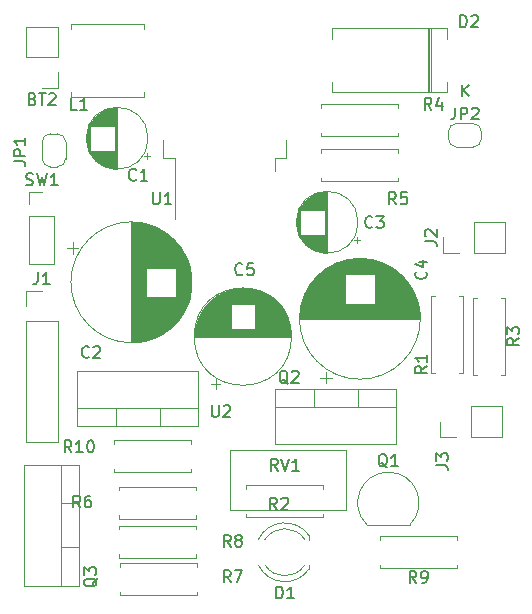
<source format=gbr>
G04 #@! TF.GenerationSoftware,KiCad,Pcbnew,(5.0.2)-1*
G04 #@! TF.CreationDate,2019-03-20T14:53:53-04:00*
G04 #@! TF.ProjectId,_saved__saved_tDCS,5f736176-6564-45f5-9f73-617665645f74,rev?*
G04 #@! TF.SameCoordinates,Original*
G04 #@! TF.FileFunction,Legend,Top*
G04 #@! TF.FilePolarity,Positive*
%FSLAX46Y46*%
G04 Gerber Fmt 4.6, Leading zero omitted, Abs format (unit mm)*
G04 Created by KiCad (PCBNEW (5.0.2)-1) date 3/20/2019 2:53:53 PM*
%MOMM*%
%LPD*%
G01*
G04 APERTURE LIST*
%ADD10C,0.120000*%
%ADD11C,0.150000*%
G04 APERTURE END LIST*
D10*
G04 #@! TO.C,R9*
X88995000Y-123290000D02*
X88995000Y-122960000D01*
X82455000Y-123290000D02*
X88995000Y-123290000D01*
X82455000Y-122960000D02*
X82455000Y-123290000D01*
X88995000Y-120550000D02*
X88995000Y-120880000D01*
X82455000Y-120550000D02*
X88995000Y-120550000D01*
X82455000Y-120880000D02*
X82455000Y-120550000D01*
G04 #@! TO.C,R6*
X66897000Y-118769000D02*
X66897000Y-119099000D01*
X66897000Y-119099000D02*
X60357000Y-119099000D01*
X60357000Y-119099000D02*
X60357000Y-118769000D01*
X66897000Y-116689000D02*
X66897000Y-116359000D01*
X66897000Y-116359000D02*
X60357000Y-116359000D01*
X60357000Y-116359000D02*
X60357000Y-116689000D01*
G04 #@! TO.C,R10*
X59976000Y-112752000D02*
X59976000Y-112422000D01*
X59976000Y-112422000D02*
X66516000Y-112422000D01*
X66516000Y-112422000D02*
X66516000Y-112752000D01*
X59976000Y-114832000D02*
X59976000Y-115162000D01*
X59976000Y-115162000D02*
X66516000Y-115162000D01*
X66516000Y-115162000D02*
X66516000Y-114832000D01*
G04 #@! TO.C,BT2*
X55178000Y-77410000D02*
X52518000Y-77410000D01*
X55178000Y-80010000D02*
X55178000Y-77410000D01*
X52518000Y-80010000D02*
X52518000Y-77410000D01*
X55178000Y-80010000D02*
X52518000Y-80010000D01*
X55178000Y-81280000D02*
X55178000Y-82610000D01*
X55178000Y-82610000D02*
X53848000Y-82610000D01*
G04 #@! TO.C,C1*
X62838000Y-86868000D02*
G75*
G03X62838000Y-86868000I-2620000J0D01*
G01*
X60218000Y-89448000D02*
X60218000Y-84288000D01*
X60178000Y-89448000D02*
X60178000Y-84288000D01*
X60138000Y-89447000D02*
X60138000Y-84289000D01*
X60098000Y-89446000D02*
X60098000Y-84290000D01*
X60058000Y-89444000D02*
X60058000Y-84292000D01*
X60018000Y-89441000D02*
X60018000Y-84295000D01*
X59978000Y-89437000D02*
X59978000Y-87908000D01*
X59978000Y-85828000D02*
X59978000Y-84299000D01*
X59938000Y-89433000D02*
X59938000Y-87908000D01*
X59938000Y-85828000D02*
X59938000Y-84303000D01*
X59898000Y-89429000D02*
X59898000Y-87908000D01*
X59898000Y-85828000D02*
X59898000Y-84307000D01*
X59858000Y-89424000D02*
X59858000Y-87908000D01*
X59858000Y-85828000D02*
X59858000Y-84312000D01*
X59818000Y-89418000D02*
X59818000Y-87908000D01*
X59818000Y-85828000D02*
X59818000Y-84318000D01*
X59778000Y-89411000D02*
X59778000Y-87908000D01*
X59778000Y-85828000D02*
X59778000Y-84325000D01*
X59738000Y-89404000D02*
X59738000Y-87908000D01*
X59738000Y-85828000D02*
X59738000Y-84332000D01*
X59698000Y-89396000D02*
X59698000Y-87908000D01*
X59698000Y-85828000D02*
X59698000Y-84340000D01*
X59658000Y-89388000D02*
X59658000Y-87908000D01*
X59658000Y-85828000D02*
X59658000Y-84348000D01*
X59618000Y-89379000D02*
X59618000Y-87908000D01*
X59618000Y-85828000D02*
X59618000Y-84357000D01*
X59578000Y-89369000D02*
X59578000Y-87908000D01*
X59578000Y-85828000D02*
X59578000Y-84367000D01*
X59538000Y-89359000D02*
X59538000Y-87908000D01*
X59538000Y-85828000D02*
X59538000Y-84377000D01*
X59497000Y-89348000D02*
X59497000Y-87908000D01*
X59497000Y-85828000D02*
X59497000Y-84388000D01*
X59457000Y-89336000D02*
X59457000Y-87908000D01*
X59457000Y-85828000D02*
X59457000Y-84400000D01*
X59417000Y-89323000D02*
X59417000Y-87908000D01*
X59417000Y-85828000D02*
X59417000Y-84413000D01*
X59377000Y-89310000D02*
X59377000Y-87908000D01*
X59377000Y-85828000D02*
X59377000Y-84426000D01*
X59337000Y-89296000D02*
X59337000Y-87908000D01*
X59337000Y-85828000D02*
X59337000Y-84440000D01*
X59297000Y-89282000D02*
X59297000Y-87908000D01*
X59297000Y-85828000D02*
X59297000Y-84454000D01*
X59257000Y-89266000D02*
X59257000Y-87908000D01*
X59257000Y-85828000D02*
X59257000Y-84470000D01*
X59217000Y-89250000D02*
X59217000Y-87908000D01*
X59217000Y-85828000D02*
X59217000Y-84486000D01*
X59177000Y-89233000D02*
X59177000Y-87908000D01*
X59177000Y-85828000D02*
X59177000Y-84503000D01*
X59137000Y-89216000D02*
X59137000Y-87908000D01*
X59137000Y-85828000D02*
X59137000Y-84520000D01*
X59097000Y-89197000D02*
X59097000Y-87908000D01*
X59097000Y-85828000D02*
X59097000Y-84539000D01*
X59057000Y-89178000D02*
X59057000Y-87908000D01*
X59057000Y-85828000D02*
X59057000Y-84558000D01*
X59017000Y-89158000D02*
X59017000Y-87908000D01*
X59017000Y-85828000D02*
X59017000Y-84578000D01*
X58977000Y-89136000D02*
X58977000Y-87908000D01*
X58977000Y-85828000D02*
X58977000Y-84600000D01*
X58937000Y-89115000D02*
X58937000Y-87908000D01*
X58937000Y-85828000D02*
X58937000Y-84621000D01*
X58897000Y-89092000D02*
X58897000Y-87908000D01*
X58897000Y-85828000D02*
X58897000Y-84644000D01*
X58857000Y-89068000D02*
X58857000Y-87908000D01*
X58857000Y-85828000D02*
X58857000Y-84668000D01*
X58817000Y-89043000D02*
X58817000Y-87908000D01*
X58817000Y-85828000D02*
X58817000Y-84693000D01*
X58777000Y-89017000D02*
X58777000Y-87908000D01*
X58777000Y-85828000D02*
X58777000Y-84719000D01*
X58737000Y-88990000D02*
X58737000Y-87908000D01*
X58737000Y-85828000D02*
X58737000Y-84746000D01*
X58697000Y-88963000D02*
X58697000Y-87908000D01*
X58697000Y-85828000D02*
X58697000Y-84773000D01*
X58657000Y-88933000D02*
X58657000Y-87908000D01*
X58657000Y-85828000D02*
X58657000Y-84803000D01*
X58617000Y-88903000D02*
X58617000Y-87908000D01*
X58617000Y-85828000D02*
X58617000Y-84833000D01*
X58577000Y-88872000D02*
X58577000Y-87908000D01*
X58577000Y-85828000D02*
X58577000Y-84864000D01*
X58537000Y-88839000D02*
X58537000Y-87908000D01*
X58537000Y-85828000D02*
X58537000Y-84897000D01*
X58497000Y-88805000D02*
X58497000Y-87908000D01*
X58497000Y-85828000D02*
X58497000Y-84931000D01*
X58457000Y-88769000D02*
X58457000Y-87908000D01*
X58457000Y-85828000D02*
X58457000Y-84967000D01*
X58417000Y-88732000D02*
X58417000Y-87908000D01*
X58417000Y-85828000D02*
X58417000Y-85004000D01*
X58377000Y-88694000D02*
X58377000Y-87908000D01*
X58377000Y-85828000D02*
X58377000Y-85042000D01*
X58337000Y-88653000D02*
X58337000Y-87908000D01*
X58337000Y-85828000D02*
X58337000Y-85083000D01*
X58297000Y-88611000D02*
X58297000Y-87908000D01*
X58297000Y-85828000D02*
X58297000Y-85125000D01*
X58257000Y-88567000D02*
X58257000Y-87908000D01*
X58257000Y-85828000D02*
X58257000Y-85169000D01*
X58217000Y-88521000D02*
X58217000Y-87908000D01*
X58217000Y-85828000D02*
X58217000Y-85215000D01*
X58177000Y-88473000D02*
X58177000Y-87908000D01*
X58177000Y-85828000D02*
X58177000Y-85263000D01*
X58137000Y-88422000D02*
X58137000Y-87908000D01*
X58137000Y-85828000D02*
X58137000Y-85314000D01*
X58097000Y-88368000D02*
X58097000Y-87908000D01*
X58097000Y-85828000D02*
X58097000Y-85368000D01*
X58057000Y-88311000D02*
X58057000Y-87908000D01*
X58057000Y-85828000D02*
X58057000Y-85425000D01*
X58017000Y-88251000D02*
X58017000Y-87908000D01*
X58017000Y-85828000D02*
X58017000Y-85485000D01*
X57977000Y-88187000D02*
X57977000Y-87908000D01*
X57977000Y-85828000D02*
X57977000Y-85549000D01*
X57937000Y-88119000D02*
X57937000Y-87908000D01*
X57937000Y-85828000D02*
X57937000Y-85617000D01*
X57897000Y-88046000D02*
X57897000Y-85690000D01*
X57857000Y-87966000D02*
X57857000Y-85770000D01*
X57817000Y-87879000D02*
X57817000Y-85857000D01*
X57777000Y-87783000D02*
X57777000Y-85953000D01*
X57737000Y-87673000D02*
X57737000Y-86063000D01*
X57697000Y-87545000D02*
X57697000Y-86191000D01*
X57657000Y-87386000D02*
X57657000Y-86350000D01*
X57617000Y-87152000D02*
X57617000Y-86584000D01*
X63022775Y-88343000D02*
X62522775Y-88343000D01*
X62772775Y-88593000D02*
X62772775Y-88093000D01*
G04 #@! TO.C,C3*
X80618000Y-93980000D02*
G75*
G03X80618000Y-93980000I-2620000J0D01*
G01*
X77998000Y-96560000D02*
X77998000Y-91400000D01*
X77958000Y-96560000D02*
X77958000Y-91400000D01*
X77918000Y-96559000D02*
X77918000Y-91401000D01*
X77878000Y-96558000D02*
X77878000Y-91402000D01*
X77838000Y-96556000D02*
X77838000Y-91404000D01*
X77798000Y-96553000D02*
X77798000Y-91407000D01*
X77758000Y-96549000D02*
X77758000Y-95020000D01*
X77758000Y-92940000D02*
X77758000Y-91411000D01*
X77718000Y-96545000D02*
X77718000Y-95020000D01*
X77718000Y-92940000D02*
X77718000Y-91415000D01*
X77678000Y-96541000D02*
X77678000Y-95020000D01*
X77678000Y-92940000D02*
X77678000Y-91419000D01*
X77638000Y-96536000D02*
X77638000Y-95020000D01*
X77638000Y-92940000D02*
X77638000Y-91424000D01*
X77598000Y-96530000D02*
X77598000Y-95020000D01*
X77598000Y-92940000D02*
X77598000Y-91430000D01*
X77558000Y-96523000D02*
X77558000Y-95020000D01*
X77558000Y-92940000D02*
X77558000Y-91437000D01*
X77518000Y-96516000D02*
X77518000Y-95020000D01*
X77518000Y-92940000D02*
X77518000Y-91444000D01*
X77478000Y-96508000D02*
X77478000Y-95020000D01*
X77478000Y-92940000D02*
X77478000Y-91452000D01*
X77438000Y-96500000D02*
X77438000Y-95020000D01*
X77438000Y-92940000D02*
X77438000Y-91460000D01*
X77398000Y-96491000D02*
X77398000Y-95020000D01*
X77398000Y-92940000D02*
X77398000Y-91469000D01*
X77358000Y-96481000D02*
X77358000Y-95020000D01*
X77358000Y-92940000D02*
X77358000Y-91479000D01*
X77318000Y-96471000D02*
X77318000Y-95020000D01*
X77318000Y-92940000D02*
X77318000Y-91489000D01*
X77277000Y-96460000D02*
X77277000Y-95020000D01*
X77277000Y-92940000D02*
X77277000Y-91500000D01*
X77237000Y-96448000D02*
X77237000Y-95020000D01*
X77237000Y-92940000D02*
X77237000Y-91512000D01*
X77197000Y-96435000D02*
X77197000Y-95020000D01*
X77197000Y-92940000D02*
X77197000Y-91525000D01*
X77157000Y-96422000D02*
X77157000Y-95020000D01*
X77157000Y-92940000D02*
X77157000Y-91538000D01*
X77117000Y-96408000D02*
X77117000Y-95020000D01*
X77117000Y-92940000D02*
X77117000Y-91552000D01*
X77077000Y-96394000D02*
X77077000Y-95020000D01*
X77077000Y-92940000D02*
X77077000Y-91566000D01*
X77037000Y-96378000D02*
X77037000Y-95020000D01*
X77037000Y-92940000D02*
X77037000Y-91582000D01*
X76997000Y-96362000D02*
X76997000Y-95020000D01*
X76997000Y-92940000D02*
X76997000Y-91598000D01*
X76957000Y-96345000D02*
X76957000Y-95020000D01*
X76957000Y-92940000D02*
X76957000Y-91615000D01*
X76917000Y-96328000D02*
X76917000Y-95020000D01*
X76917000Y-92940000D02*
X76917000Y-91632000D01*
X76877000Y-96309000D02*
X76877000Y-95020000D01*
X76877000Y-92940000D02*
X76877000Y-91651000D01*
X76837000Y-96290000D02*
X76837000Y-95020000D01*
X76837000Y-92940000D02*
X76837000Y-91670000D01*
X76797000Y-96270000D02*
X76797000Y-95020000D01*
X76797000Y-92940000D02*
X76797000Y-91690000D01*
X76757000Y-96248000D02*
X76757000Y-95020000D01*
X76757000Y-92940000D02*
X76757000Y-91712000D01*
X76717000Y-96227000D02*
X76717000Y-95020000D01*
X76717000Y-92940000D02*
X76717000Y-91733000D01*
X76677000Y-96204000D02*
X76677000Y-95020000D01*
X76677000Y-92940000D02*
X76677000Y-91756000D01*
X76637000Y-96180000D02*
X76637000Y-95020000D01*
X76637000Y-92940000D02*
X76637000Y-91780000D01*
X76597000Y-96155000D02*
X76597000Y-95020000D01*
X76597000Y-92940000D02*
X76597000Y-91805000D01*
X76557000Y-96129000D02*
X76557000Y-95020000D01*
X76557000Y-92940000D02*
X76557000Y-91831000D01*
X76517000Y-96102000D02*
X76517000Y-95020000D01*
X76517000Y-92940000D02*
X76517000Y-91858000D01*
X76477000Y-96075000D02*
X76477000Y-95020000D01*
X76477000Y-92940000D02*
X76477000Y-91885000D01*
X76437000Y-96045000D02*
X76437000Y-95020000D01*
X76437000Y-92940000D02*
X76437000Y-91915000D01*
X76397000Y-96015000D02*
X76397000Y-95020000D01*
X76397000Y-92940000D02*
X76397000Y-91945000D01*
X76357000Y-95984000D02*
X76357000Y-95020000D01*
X76357000Y-92940000D02*
X76357000Y-91976000D01*
X76317000Y-95951000D02*
X76317000Y-95020000D01*
X76317000Y-92940000D02*
X76317000Y-92009000D01*
X76277000Y-95917000D02*
X76277000Y-95020000D01*
X76277000Y-92940000D02*
X76277000Y-92043000D01*
X76237000Y-95881000D02*
X76237000Y-95020000D01*
X76237000Y-92940000D02*
X76237000Y-92079000D01*
X76197000Y-95844000D02*
X76197000Y-95020000D01*
X76197000Y-92940000D02*
X76197000Y-92116000D01*
X76157000Y-95806000D02*
X76157000Y-95020000D01*
X76157000Y-92940000D02*
X76157000Y-92154000D01*
X76117000Y-95765000D02*
X76117000Y-95020000D01*
X76117000Y-92940000D02*
X76117000Y-92195000D01*
X76077000Y-95723000D02*
X76077000Y-95020000D01*
X76077000Y-92940000D02*
X76077000Y-92237000D01*
X76037000Y-95679000D02*
X76037000Y-95020000D01*
X76037000Y-92940000D02*
X76037000Y-92281000D01*
X75997000Y-95633000D02*
X75997000Y-95020000D01*
X75997000Y-92940000D02*
X75997000Y-92327000D01*
X75957000Y-95585000D02*
X75957000Y-95020000D01*
X75957000Y-92940000D02*
X75957000Y-92375000D01*
X75917000Y-95534000D02*
X75917000Y-95020000D01*
X75917000Y-92940000D02*
X75917000Y-92426000D01*
X75877000Y-95480000D02*
X75877000Y-95020000D01*
X75877000Y-92940000D02*
X75877000Y-92480000D01*
X75837000Y-95423000D02*
X75837000Y-95020000D01*
X75837000Y-92940000D02*
X75837000Y-92537000D01*
X75797000Y-95363000D02*
X75797000Y-95020000D01*
X75797000Y-92940000D02*
X75797000Y-92597000D01*
X75757000Y-95299000D02*
X75757000Y-95020000D01*
X75757000Y-92940000D02*
X75757000Y-92661000D01*
X75717000Y-95231000D02*
X75717000Y-95020000D01*
X75717000Y-92940000D02*
X75717000Y-92729000D01*
X75677000Y-95158000D02*
X75677000Y-92802000D01*
X75637000Y-95078000D02*
X75637000Y-92882000D01*
X75597000Y-94991000D02*
X75597000Y-92969000D01*
X75557000Y-94895000D02*
X75557000Y-93065000D01*
X75517000Y-94785000D02*
X75517000Y-93175000D01*
X75477000Y-94657000D02*
X75477000Y-93303000D01*
X75437000Y-94498000D02*
X75437000Y-93462000D01*
X75397000Y-94264000D02*
X75397000Y-93696000D01*
X80802775Y-95455000D02*
X80302775Y-95455000D01*
X80552775Y-95705000D02*
X80552775Y-95205000D01*
G04 #@! TO.C,D1*
X72178758Y-123000724D02*
G75*
G03X76482000Y-123318749I2243242J1080724D01*
G01*
X72178758Y-120839276D02*
G75*
G02X76482000Y-120521251I2243242J-1080724D01*
G01*
X72739287Y-123000961D02*
G75*
G03X76105330Y-123000000I1682713J1080961D01*
G01*
X72739287Y-120839039D02*
G75*
G02X76105330Y-120840000I1682713J-1080961D01*
G01*
X76482000Y-123319000D02*
X76482000Y-123000000D01*
X76482000Y-120840000D02*
X76482000Y-120521000D01*
G04 #@! TO.C,D2*
X88182000Y-82104000D02*
X88182000Y-82984000D01*
X88182000Y-82984000D02*
X78442000Y-82984000D01*
X78442000Y-82984000D02*
X78442000Y-82104000D01*
X88182000Y-78424000D02*
X88182000Y-77544000D01*
X88182000Y-77544000D02*
X78442000Y-77544000D01*
X78442000Y-77544000D02*
X78442000Y-78424000D01*
X86637000Y-82984000D02*
X86637000Y-77544000D01*
X86517000Y-82984000D02*
X86517000Y-77544000D01*
X86757000Y-82984000D02*
X86757000Y-77544000D01*
G04 #@! TO.C,J1*
X52518000Y-112582000D02*
X55178000Y-112582000D01*
X52518000Y-102362000D02*
X52518000Y-112582000D01*
X55178000Y-102362000D02*
X55178000Y-112582000D01*
X52518000Y-102362000D02*
X55178000Y-102362000D01*
X52518000Y-101092000D02*
X52518000Y-99762000D01*
X52518000Y-99762000D02*
X53848000Y-99762000D01*
G04 #@! TO.C,J2*
X87824000Y-96580000D02*
X87824000Y-95250000D01*
X89154000Y-96580000D02*
X87824000Y-96580000D01*
X90424000Y-96580000D02*
X90424000Y-93920000D01*
X90424000Y-93920000D02*
X93024000Y-93920000D01*
X90424000Y-96580000D02*
X93024000Y-96580000D01*
X93024000Y-96580000D02*
X93024000Y-93920000D01*
G04 #@! TO.C,J3*
X92770000Y-112201000D02*
X92770000Y-109541000D01*
X90170000Y-112201000D02*
X92770000Y-112201000D01*
X90170000Y-109541000D02*
X92770000Y-109541000D01*
X90170000Y-112201000D02*
X90170000Y-109541000D01*
X88900000Y-112201000D02*
X87570000Y-112201000D01*
X87570000Y-112201000D02*
X87570000Y-110871000D01*
G04 #@! TO.C,JP1*
X55864000Y-88584000D02*
G75*
G02X55164000Y-89284000I-700000J0D01*
G01*
X54564000Y-89284000D02*
G75*
G02X53864000Y-88584000I0J700000D01*
G01*
X53864000Y-87184000D02*
G75*
G02X54564000Y-86484000I700000J0D01*
G01*
X55164000Y-86484000D02*
G75*
G02X55864000Y-87184000I0J-700000D01*
G01*
X54564000Y-86484000D02*
X55164000Y-86484000D01*
X53864000Y-88584000D02*
X53864000Y-87184000D01*
X55164000Y-89284000D02*
X54564000Y-89284000D01*
X55864000Y-87184000D02*
X55864000Y-88584000D01*
G04 #@! TO.C,JP2*
X88962000Y-85614000D02*
X90362000Y-85614000D01*
X91062000Y-86314000D02*
X91062000Y-86914000D01*
X90362000Y-87614000D02*
X88962000Y-87614000D01*
X88262000Y-86914000D02*
X88262000Y-86314000D01*
X88262000Y-86314000D02*
G75*
G02X88962000Y-85614000I700000J0D01*
G01*
X88962000Y-87614000D02*
G75*
G02X88262000Y-86914000I0J700000D01*
G01*
X91062000Y-86914000D02*
G75*
G02X90362000Y-87614000I-700000J0D01*
G01*
X90362000Y-85614000D02*
G75*
G02X91062000Y-86314000I0J-700000D01*
G01*
G04 #@! TO.C,L1*
X56336000Y-77164000D02*
X62536000Y-77164000D01*
X62536000Y-77164000D02*
X62536000Y-77614000D01*
X62536000Y-83364000D02*
X56336000Y-83364000D01*
X62536000Y-83364000D02*
X62536000Y-82914000D01*
X56336000Y-83364000D02*
X56336000Y-82914000D01*
X56336000Y-77164000D02*
X56336000Y-77614000D01*
G04 #@! TO.C,Q1*
X81385000Y-119579000D02*
X84985000Y-119579000D01*
X81346522Y-119567478D02*
G75*
G02X83185000Y-115129000I1838478J1838478D01*
G01*
X85023478Y-119567478D02*
G75*
G03X83185000Y-115129000I-1838478J1838478D01*
G01*
G04 #@! TO.C,Q2*
X80591000Y-108109000D02*
X80591000Y-109619000D01*
X76890000Y-108109000D02*
X76890000Y-109619000D01*
X73620000Y-109619000D02*
X83860000Y-109619000D01*
X83860000Y-108109000D02*
X83860000Y-112750000D01*
X73620000Y-108109000D02*
X73620000Y-112750000D01*
X73620000Y-112750000D02*
X83860000Y-112750000D01*
X73620000Y-108109000D02*
X83860000Y-108109000D01*
G04 #@! TO.C,Q3*
X56991000Y-114514000D02*
X56991000Y-124754000D01*
X52350000Y-114514000D02*
X52350000Y-124754000D01*
X56991000Y-114514000D02*
X52350000Y-114514000D01*
X56991000Y-124754000D02*
X52350000Y-124754000D01*
X55481000Y-114514000D02*
X55481000Y-124754000D01*
X56991000Y-117784000D02*
X55481000Y-117784000D01*
X56991000Y-121485000D02*
X55481000Y-121485000D01*
G04 #@! TO.C,R1*
X89508000Y-100235000D02*
X89178000Y-100235000D01*
X89508000Y-106775000D02*
X89508000Y-100235000D01*
X89178000Y-106775000D02*
X89508000Y-106775000D01*
X86768000Y-100235000D02*
X87098000Y-100235000D01*
X86768000Y-106775000D02*
X86768000Y-100235000D01*
X87098000Y-106775000D02*
X86768000Y-106775000D01*
G04 #@! TO.C,R2*
X71152000Y-116232000D02*
X71152000Y-116562000D01*
X77692000Y-116232000D02*
X71152000Y-116232000D01*
X77692000Y-116562000D02*
X77692000Y-116232000D01*
X71152000Y-118972000D02*
X71152000Y-118642000D01*
X77692000Y-118972000D02*
X71152000Y-118972000D01*
X77692000Y-118642000D02*
X77692000Y-118972000D01*
G04 #@! TO.C,R3*
X90654000Y-106902000D02*
X90324000Y-106902000D01*
X90324000Y-106902000D02*
X90324000Y-100362000D01*
X90324000Y-100362000D02*
X90654000Y-100362000D01*
X92734000Y-106902000D02*
X93064000Y-106902000D01*
X93064000Y-106902000D02*
X93064000Y-100362000D01*
X93064000Y-100362000D02*
X92734000Y-100362000D01*
G04 #@! TO.C,R4*
X77502000Y-83974000D02*
X77502000Y-84304000D01*
X84042000Y-83974000D02*
X77502000Y-83974000D01*
X84042000Y-84304000D02*
X84042000Y-83974000D01*
X77502000Y-86714000D02*
X77502000Y-86384000D01*
X84042000Y-86714000D02*
X77502000Y-86714000D01*
X84042000Y-86384000D02*
X84042000Y-86714000D01*
G04 #@! TO.C,R5*
X77502000Y-88114000D02*
X77502000Y-87784000D01*
X77502000Y-87784000D02*
X84042000Y-87784000D01*
X84042000Y-87784000D02*
X84042000Y-88114000D01*
X77502000Y-90194000D02*
X77502000Y-90524000D01*
X77502000Y-90524000D02*
X84042000Y-90524000D01*
X84042000Y-90524000D02*
X84042000Y-90194000D01*
G04 #@! TO.C,R7*
X60484000Y-123166000D02*
X60484000Y-122836000D01*
X60484000Y-122836000D02*
X67024000Y-122836000D01*
X67024000Y-122836000D02*
X67024000Y-123166000D01*
X60484000Y-125246000D02*
X60484000Y-125576000D01*
X60484000Y-125576000D02*
X67024000Y-125576000D01*
X67024000Y-125576000D02*
X67024000Y-125246000D01*
G04 #@! TO.C,R8*
X66897000Y-122401000D02*
X66897000Y-122071000D01*
X60357000Y-122401000D02*
X66897000Y-122401000D01*
X60357000Y-122071000D02*
X60357000Y-122401000D01*
X66897000Y-119661000D02*
X66897000Y-119991000D01*
X60357000Y-119661000D02*
X66897000Y-119661000D01*
X60357000Y-119991000D02*
X60357000Y-119661000D01*
G04 #@! TO.C,SW1*
X52788000Y-97516000D02*
X54908000Y-97516000D01*
X52788000Y-93456000D02*
X52788000Y-97516000D01*
X54908000Y-93456000D02*
X54908000Y-97516000D01*
X52788000Y-93456000D02*
X54908000Y-93456000D01*
X52788000Y-92456000D02*
X52788000Y-91396000D01*
X52788000Y-91396000D02*
X53848000Y-91396000D01*
G04 #@! TO.C,U1*
X64142000Y-87048000D02*
X64142000Y-88548000D01*
X64142000Y-88548000D02*
X65092000Y-88548000D01*
X65092000Y-88548000D02*
X65092000Y-93673000D01*
X74542000Y-87048000D02*
X74542000Y-88548000D01*
X74542000Y-88548000D02*
X73592000Y-88548000D01*
X73592000Y-88548000D02*
X73592000Y-89648000D01*
G04 #@! TO.C,U2*
X67096000Y-111220000D02*
X56856000Y-111220000D01*
X67096000Y-106579000D02*
X56856000Y-106579000D01*
X67096000Y-111220000D02*
X67096000Y-106579000D01*
X56856000Y-111220000D02*
X56856000Y-106579000D01*
X67096000Y-109710000D02*
X56856000Y-109710000D01*
X63826000Y-111220000D02*
X63826000Y-109710000D01*
X60125000Y-111220000D02*
X60125000Y-109710000D01*
G04 #@! TO.C,C2*
X66548000Y-99060000D02*
G75*
G03X66548000Y-99060000I-5120000J0D01*
G01*
X61428000Y-93980000D02*
X61428000Y-104140000D01*
X61468000Y-93980000D02*
X61468000Y-104140000D01*
X61508000Y-93980000D02*
X61508000Y-104140000D01*
X61548000Y-93981000D02*
X61548000Y-104139000D01*
X61588000Y-93982000D02*
X61588000Y-104138000D01*
X61628000Y-93983000D02*
X61628000Y-104137000D01*
X61668000Y-93985000D02*
X61668000Y-104135000D01*
X61708000Y-93987000D02*
X61708000Y-104133000D01*
X61748000Y-93990000D02*
X61748000Y-104130000D01*
X61788000Y-93992000D02*
X61788000Y-104128000D01*
X61828000Y-93995000D02*
X61828000Y-104125000D01*
X61868000Y-93998000D02*
X61868000Y-104122000D01*
X61908000Y-94002000D02*
X61908000Y-104118000D01*
X61948000Y-94006000D02*
X61948000Y-104114000D01*
X61988000Y-94010000D02*
X61988000Y-104110000D01*
X62028000Y-94015000D02*
X62028000Y-104105000D01*
X62068000Y-94020000D02*
X62068000Y-104100000D01*
X62108000Y-94025000D02*
X62108000Y-104095000D01*
X62149000Y-94030000D02*
X62149000Y-104090000D01*
X62189000Y-94036000D02*
X62189000Y-104084000D01*
X62229000Y-94042000D02*
X62229000Y-104078000D01*
X62269000Y-94049000D02*
X62269000Y-104071000D01*
X62309000Y-94056000D02*
X62309000Y-104064000D01*
X62349000Y-94063000D02*
X62349000Y-104057000D01*
X62389000Y-94070000D02*
X62389000Y-104050000D01*
X62429000Y-94078000D02*
X62429000Y-104042000D01*
X62469000Y-94086000D02*
X62469000Y-104034000D01*
X62509000Y-94095000D02*
X62509000Y-104025000D01*
X62549000Y-94104000D02*
X62549000Y-104016000D01*
X62589000Y-94113000D02*
X62589000Y-104007000D01*
X62629000Y-94122000D02*
X62629000Y-103998000D01*
X62669000Y-94132000D02*
X62669000Y-103988000D01*
X62709000Y-94142000D02*
X62709000Y-97819000D01*
X62709000Y-100301000D02*
X62709000Y-103978000D01*
X62749000Y-94153000D02*
X62749000Y-97819000D01*
X62749000Y-100301000D02*
X62749000Y-103967000D01*
X62789000Y-94163000D02*
X62789000Y-97819000D01*
X62789000Y-100301000D02*
X62789000Y-103957000D01*
X62829000Y-94175000D02*
X62829000Y-97819000D01*
X62829000Y-100301000D02*
X62829000Y-103945000D01*
X62869000Y-94186000D02*
X62869000Y-97819000D01*
X62869000Y-100301000D02*
X62869000Y-103934000D01*
X62909000Y-94198000D02*
X62909000Y-97819000D01*
X62909000Y-100301000D02*
X62909000Y-103922000D01*
X62949000Y-94210000D02*
X62949000Y-97819000D01*
X62949000Y-100301000D02*
X62949000Y-103910000D01*
X62989000Y-94223000D02*
X62989000Y-97819000D01*
X62989000Y-100301000D02*
X62989000Y-103897000D01*
X63029000Y-94236000D02*
X63029000Y-97819000D01*
X63029000Y-100301000D02*
X63029000Y-103884000D01*
X63069000Y-94249000D02*
X63069000Y-97819000D01*
X63069000Y-100301000D02*
X63069000Y-103871000D01*
X63109000Y-94263000D02*
X63109000Y-97819000D01*
X63109000Y-100301000D02*
X63109000Y-103857000D01*
X63149000Y-94277000D02*
X63149000Y-97819000D01*
X63149000Y-100301000D02*
X63149000Y-103843000D01*
X63189000Y-94292000D02*
X63189000Y-97819000D01*
X63189000Y-100301000D02*
X63189000Y-103828000D01*
X63229000Y-94306000D02*
X63229000Y-97819000D01*
X63229000Y-100301000D02*
X63229000Y-103814000D01*
X63269000Y-94322000D02*
X63269000Y-97819000D01*
X63269000Y-100301000D02*
X63269000Y-103798000D01*
X63309000Y-94337000D02*
X63309000Y-97819000D01*
X63309000Y-100301000D02*
X63309000Y-103783000D01*
X63349000Y-94353000D02*
X63349000Y-97819000D01*
X63349000Y-100301000D02*
X63349000Y-103767000D01*
X63389000Y-94370000D02*
X63389000Y-97819000D01*
X63389000Y-100301000D02*
X63389000Y-103750000D01*
X63429000Y-94386000D02*
X63429000Y-97819000D01*
X63429000Y-100301000D02*
X63429000Y-103734000D01*
X63469000Y-94403000D02*
X63469000Y-97819000D01*
X63469000Y-100301000D02*
X63469000Y-103717000D01*
X63509000Y-94421000D02*
X63509000Y-97819000D01*
X63509000Y-100301000D02*
X63509000Y-103699000D01*
X63549000Y-94439000D02*
X63549000Y-97819000D01*
X63549000Y-100301000D02*
X63549000Y-103681000D01*
X63589000Y-94457000D02*
X63589000Y-97819000D01*
X63589000Y-100301000D02*
X63589000Y-103663000D01*
X63629000Y-94476000D02*
X63629000Y-97819000D01*
X63629000Y-100301000D02*
X63629000Y-103644000D01*
X63669000Y-94496000D02*
X63669000Y-97819000D01*
X63669000Y-100301000D02*
X63669000Y-103624000D01*
X63709000Y-94515000D02*
X63709000Y-97819000D01*
X63709000Y-100301000D02*
X63709000Y-103605000D01*
X63749000Y-94535000D02*
X63749000Y-97819000D01*
X63749000Y-100301000D02*
X63749000Y-103585000D01*
X63789000Y-94556000D02*
X63789000Y-97819000D01*
X63789000Y-100301000D02*
X63789000Y-103564000D01*
X63829000Y-94577000D02*
X63829000Y-97819000D01*
X63829000Y-100301000D02*
X63829000Y-103543000D01*
X63869000Y-94598000D02*
X63869000Y-97819000D01*
X63869000Y-100301000D02*
X63869000Y-103522000D01*
X63909000Y-94620000D02*
X63909000Y-97819000D01*
X63909000Y-100301000D02*
X63909000Y-103500000D01*
X63949000Y-94643000D02*
X63949000Y-97819000D01*
X63949000Y-100301000D02*
X63949000Y-103477000D01*
X63989000Y-94665000D02*
X63989000Y-97819000D01*
X63989000Y-100301000D02*
X63989000Y-103455000D01*
X64029000Y-94689000D02*
X64029000Y-97819000D01*
X64029000Y-100301000D02*
X64029000Y-103431000D01*
X64069000Y-94713000D02*
X64069000Y-97819000D01*
X64069000Y-100301000D02*
X64069000Y-103407000D01*
X64109000Y-94737000D02*
X64109000Y-97819000D01*
X64109000Y-100301000D02*
X64109000Y-103383000D01*
X64149000Y-94762000D02*
X64149000Y-97819000D01*
X64149000Y-100301000D02*
X64149000Y-103358000D01*
X64189000Y-94787000D02*
X64189000Y-97819000D01*
X64189000Y-100301000D02*
X64189000Y-103333000D01*
X64229000Y-94813000D02*
X64229000Y-97819000D01*
X64229000Y-100301000D02*
X64229000Y-103307000D01*
X64269000Y-94839000D02*
X64269000Y-97819000D01*
X64269000Y-100301000D02*
X64269000Y-103281000D01*
X64309000Y-94866000D02*
X64309000Y-97819000D01*
X64309000Y-100301000D02*
X64309000Y-103254000D01*
X64349000Y-94894000D02*
X64349000Y-97819000D01*
X64349000Y-100301000D02*
X64349000Y-103226000D01*
X64389000Y-94922000D02*
X64389000Y-97819000D01*
X64389000Y-100301000D02*
X64389000Y-103198000D01*
X64429000Y-94950000D02*
X64429000Y-97819000D01*
X64429000Y-100301000D02*
X64429000Y-103170000D01*
X64469000Y-94980000D02*
X64469000Y-97819000D01*
X64469000Y-100301000D02*
X64469000Y-103140000D01*
X64509000Y-95010000D02*
X64509000Y-97819000D01*
X64509000Y-100301000D02*
X64509000Y-103110000D01*
X64549000Y-95040000D02*
X64549000Y-97819000D01*
X64549000Y-100301000D02*
X64549000Y-103080000D01*
X64589000Y-95071000D02*
X64589000Y-97819000D01*
X64589000Y-100301000D02*
X64589000Y-103049000D01*
X64629000Y-95103000D02*
X64629000Y-97819000D01*
X64629000Y-100301000D02*
X64629000Y-103017000D01*
X64669000Y-95135000D02*
X64669000Y-97819000D01*
X64669000Y-100301000D02*
X64669000Y-102985000D01*
X64709000Y-95168000D02*
X64709000Y-97819000D01*
X64709000Y-100301000D02*
X64709000Y-102952000D01*
X64749000Y-95202000D02*
X64749000Y-97819000D01*
X64749000Y-100301000D02*
X64749000Y-102918000D01*
X64789000Y-95236000D02*
X64789000Y-97819000D01*
X64789000Y-100301000D02*
X64789000Y-102884000D01*
X64829000Y-95271000D02*
X64829000Y-97819000D01*
X64829000Y-100301000D02*
X64829000Y-102849000D01*
X64869000Y-95307000D02*
X64869000Y-97819000D01*
X64869000Y-100301000D02*
X64869000Y-102813000D01*
X64909000Y-95344000D02*
X64909000Y-97819000D01*
X64909000Y-100301000D02*
X64909000Y-102776000D01*
X64949000Y-95381000D02*
X64949000Y-97819000D01*
X64949000Y-100301000D02*
X64949000Y-102739000D01*
X64989000Y-95420000D02*
X64989000Y-97819000D01*
X64989000Y-100301000D02*
X64989000Y-102700000D01*
X65029000Y-95459000D02*
X65029000Y-97819000D01*
X65029000Y-100301000D02*
X65029000Y-102661000D01*
X65069000Y-95499000D02*
X65069000Y-97819000D01*
X65069000Y-100301000D02*
X65069000Y-102621000D01*
X65109000Y-95540000D02*
X65109000Y-97819000D01*
X65109000Y-100301000D02*
X65109000Y-102580000D01*
X65149000Y-95582000D02*
X65149000Y-97819000D01*
X65149000Y-100301000D02*
X65149000Y-102538000D01*
X65189000Y-95624000D02*
X65189000Y-102496000D01*
X65229000Y-95668000D02*
X65229000Y-102452000D01*
X65269000Y-95713000D02*
X65269000Y-102407000D01*
X65309000Y-95759000D02*
X65309000Y-102361000D01*
X65349000Y-95806000D02*
X65349000Y-102314000D01*
X65389000Y-95854000D02*
X65389000Y-102266000D01*
X65429000Y-95904000D02*
X65429000Y-102216000D01*
X65469000Y-95954000D02*
X65469000Y-102166000D01*
X65509000Y-96006000D02*
X65509000Y-102114000D01*
X65549000Y-96060000D02*
X65549000Y-102060000D01*
X65589000Y-96115000D02*
X65589000Y-102005000D01*
X65629000Y-96171000D02*
X65629000Y-101949000D01*
X65669000Y-96230000D02*
X65669000Y-101890000D01*
X65709000Y-96290000D02*
X65709000Y-101830000D01*
X65749000Y-96351000D02*
X65749000Y-101769000D01*
X65789000Y-96415000D02*
X65789000Y-101705000D01*
X65829000Y-96481000D02*
X65829000Y-101639000D01*
X65869000Y-96550000D02*
X65869000Y-101570000D01*
X65909000Y-96621000D02*
X65909000Y-101499000D01*
X65949000Y-96695000D02*
X65949000Y-101425000D01*
X65989000Y-96771000D02*
X65989000Y-101349000D01*
X66029000Y-96851000D02*
X66029000Y-101269000D01*
X66069000Y-96935000D02*
X66069000Y-101185000D01*
X66109000Y-97023000D02*
X66109000Y-101097000D01*
X66149000Y-97116000D02*
X66149000Y-101004000D01*
X66189000Y-97214000D02*
X66189000Y-100906000D01*
X66229000Y-97318000D02*
X66229000Y-100802000D01*
X66269000Y-97430000D02*
X66269000Y-100690000D01*
X66309000Y-97550000D02*
X66309000Y-100570000D01*
X66349000Y-97682000D02*
X66349000Y-100438000D01*
X66389000Y-97830000D02*
X66389000Y-100290000D01*
X66429000Y-97998000D02*
X66429000Y-100122000D01*
X66469000Y-98198000D02*
X66469000Y-99922000D01*
X66509000Y-98461000D02*
X66509000Y-99659000D01*
X55948354Y-96185000D02*
X56948354Y-96185000D01*
X56448354Y-95685000D02*
X56448354Y-96685000D01*
G04 #@! TO.C,C4*
X77397000Y-107127646D02*
X78397000Y-107127646D01*
X77897000Y-107627646D02*
X77897000Y-106627646D01*
X80173000Y-97067000D02*
X81371000Y-97067000D01*
X79910000Y-97107000D02*
X81634000Y-97107000D01*
X79710000Y-97147000D02*
X81834000Y-97147000D01*
X79542000Y-97187000D02*
X82002000Y-97187000D01*
X79394000Y-97227000D02*
X82150000Y-97227000D01*
X79262000Y-97267000D02*
X82282000Y-97267000D01*
X79142000Y-97307000D02*
X82402000Y-97307000D01*
X79030000Y-97347000D02*
X82514000Y-97347000D01*
X78926000Y-97387000D02*
X82618000Y-97387000D01*
X78828000Y-97427000D02*
X82716000Y-97427000D01*
X78735000Y-97467000D02*
X82809000Y-97467000D01*
X78647000Y-97507000D02*
X82897000Y-97507000D01*
X78563000Y-97547000D02*
X82981000Y-97547000D01*
X78483000Y-97587000D02*
X83061000Y-97587000D01*
X78407000Y-97627000D02*
X83137000Y-97627000D01*
X78333000Y-97667000D02*
X83211000Y-97667000D01*
X78262000Y-97707000D02*
X83282000Y-97707000D01*
X78193000Y-97747000D02*
X83351000Y-97747000D01*
X78127000Y-97787000D02*
X83417000Y-97787000D01*
X78063000Y-97827000D02*
X83481000Y-97827000D01*
X78002000Y-97867000D02*
X83542000Y-97867000D01*
X77942000Y-97907000D02*
X83602000Y-97907000D01*
X77883000Y-97947000D02*
X83661000Y-97947000D01*
X77827000Y-97987000D02*
X83717000Y-97987000D01*
X77772000Y-98027000D02*
X83772000Y-98027000D01*
X77718000Y-98067000D02*
X83826000Y-98067000D01*
X77666000Y-98107000D02*
X83878000Y-98107000D01*
X77616000Y-98147000D02*
X83928000Y-98147000D01*
X77566000Y-98187000D02*
X83978000Y-98187000D01*
X77518000Y-98227000D02*
X84026000Y-98227000D01*
X77471000Y-98267000D02*
X84073000Y-98267000D01*
X77425000Y-98307000D02*
X84119000Y-98307000D01*
X77380000Y-98347000D02*
X84164000Y-98347000D01*
X77336000Y-98387000D02*
X84208000Y-98387000D01*
X82013000Y-98427000D02*
X84250000Y-98427000D01*
X77294000Y-98427000D02*
X79531000Y-98427000D01*
X82013000Y-98467000D02*
X84292000Y-98467000D01*
X77252000Y-98467000D02*
X79531000Y-98467000D01*
X82013000Y-98507000D02*
X84333000Y-98507000D01*
X77211000Y-98507000D02*
X79531000Y-98507000D01*
X82013000Y-98547000D02*
X84373000Y-98547000D01*
X77171000Y-98547000D02*
X79531000Y-98547000D01*
X82013000Y-98587000D02*
X84412000Y-98587000D01*
X77132000Y-98587000D02*
X79531000Y-98587000D01*
X82013000Y-98627000D02*
X84451000Y-98627000D01*
X77093000Y-98627000D02*
X79531000Y-98627000D01*
X82013000Y-98667000D02*
X84488000Y-98667000D01*
X77056000Y-98667000D02*
X79531000Y-98667000D01*
X82013000Y-98707000D02*
X84525000Y-98707000D01*
X77019000Y-98707000D02*
X79531000Y-98707000D01*
X82013000Y-98747000D02*
X84561000Y-98747000D01*
X76983000Y-98747000D02*
X79531000Y-98747000D01*
X82013000Y-98787000D02*
X84596000Y-98787000D01*
X76948000Y-98787000D02*
X79531000Y-98787000D01*
X82013000Y-98827000D02*
X84630000Y-98827000D01*
X76914000Y-98827000D02*
X79531000Y-98827000D01*
X82013000Y-98867000D02*
X84664000Y-98867000D01*
X76880000Y-98867000D02*
X79531000Y-98867000D01*
X82013000Y-98907000D02*
X84697000Y-98907000D01*
X76847000Y-98907000D02*
X79531000Y-98907000D01*
X82013000Y-98947000D02*
X84729000Y-98947000D01*
X76815000Y-98947000D02*
X79531000Y-98947000D01*
X82013000Y-98987000D02*
X84761000Y-98987000D01*
X76783000Y-98987000D02*
X79531000Y-98987000D01*
X82013000Y-99027000D02*
X84792000Y-99027000D01*
X76752000Y-99027000D02*
X79531000Y-99027000D01*
X82013000Y-99067000D02*
X84822000Y-99067000D01*
X76722000Y-99067000D02*
X79531000Y-99067000D01*
X82013000Y-99107000D02*
X84852000Y-99107000D01*
X76692000Y-99107000D02*
X79531000Y-99107000D01*
X82013000Y-99147000D02*
X84882000Y-99147000D01*
X76662000Y-99147000D02*
X79531000Y-99147000D01*
X82013000Y-99187000D02*
X84910000Y-99187000D01*
X76634000Y-99187000D02*
X79531000Y-99187000D01*
X82013000Y-99227000D02*
X84938000Y-99227000D01*
X76606000Y-99227000D02*
X79531000Y-99227000D01*
X82013000Y-99267000D02*
X84966000Y-99267000D01*
X76578000Y-99267000D02*
X79531000Y-99267000D01*
X82013000Y-99307000D02*
X84993000Y-99307000D01*
X76551000Y-99307000D02*
X79531000Y-99307000D01*
X82013000Y-99347000D02*
X85019000Y-99347000D01*
X76525000Y-99347000D02*
X79531000Y-99347000D01*
X82013000Y-99387000D02*
X85045000Y-99387000D01*
X76499000Y-99387000D02*
X79531000Y-99387000D01*
X82013000Y-99427000D02*
X85070000Y-99427000D01*
X76474000Y-99427000D02*
X79531000Y-99427000D01*
X82013000Y-99467000D02*
X85095000Y-99467000D01*
X76449000Y-99467000D02*
X79531000Y-99467000D01*
X82013000Y-99507000D02*
X85119000Y-99507000D01*
X76425000Y-99507000D02*
X79531000Y-99507000D01*
X82013000Y-99547000D02*
X85143000Y-99547000D01*
X76401000Y-99547000D02*
X79531000Y-99547000D01*
X82013000Y-99587000D02*
X85167000Y-99587000D01*
X76377000Y-99587000D02*
X79531000Y-99587000D01*
X82013000Y-99627000D02*
X85189000Y-99627000D01*
X76355000Y-99627000D02*
X79531000Y-99627000D01*
X82013000Y-99667000D02*
X85212000Y-99667000D01*
X76332000Y-99667000D02*
X79531000Y-99667000D01*
X82013000Y-99707000D02*
X85234000Y-99707000D01*
X76310000Y-99707000D02*
X79531000Y-99707000D01*
X82013000Y-99747000D02*
X85255000Y-99747000D01*
X76289000Y-99747000D02*
X79531000Y-99747000D01*
X82013000Y-99787000D02*
X85276000Y-99787000D01*
X76268000Y-99787000D02*
X79531000Y-99787000D01*
X82013000Y-99827000D02*
X85297000Y-99827000D01*
X76247000Y-99827000D02*
X79531000Y-99827000D01*
X82013000Y-99867000D02*
X85317000Y-99867000D01*
X76227000Y-99867000D02*
X79531000Y-99867000D01*
X82013000Y-99907000D02*
X85336000Y-99907000D01*
X76208000Y-99907000D02*
X79531000Y-99907000D01*
X82013000Y-99947000D02*
X85356000Y-99947000D01*
X76188000Y-99947000D02*
X79531000Y-99947000D01*
X82013000Y-99987000D02*
X85375000Y-99987000D01*
X76169000Y-99987000D02*
X79531000Y-99987000D01*
X82013000Y-100027000D02*
X85393000Y-100027000D01*
X76151000Y-100027000D02*
X79531000Y-100027000D01*
X82013000Y-100067000D02*
X85411000Y-100067000D01*
X76133000Y-100067000D02*
X79531000Y-100067000D01*
X82013000Y-100107000D02*
X85429000Y-100107000D01*
X76115000Y-100107000D02*
X79531000Y-100107000D01*
X82013000Y-100147000D02*
X85446000Y-100147000D01*
X76098000Y-100147000D02*
X79531000Y-100147000D01*
X82013000Y-100187000D02*
X85462000Y-100187000D01*
X76082000Y-100187000D02*
X79531000Y-100187000D01*
X82013000Y-100227000D02*
X85479000Y-100227000D01*
X76065000Y-100227000D02*
X79531000Y-100227000D01*
X82013000Y-100267000D02*
X85495000Y-100267000D01*
X76049000Y-100267000D02*
X79531000Y-100267000D01*
X82013000Y-100307000D02*
X85510000Y-100307000D01*
X76034000Y-100307000D02*
X79531000Y-100307000D01*
X82013000Y-100347000D02*
X85526000Y-100347000D01*
X76018000Y-100347000D02*
X79531000Y-100347000D01*
X82013000Y-100387000D02*
X85540000Y-100387000D01*
X76004000Y-100387000D02*
X79531000Y-100387000D01*
X82013000Y-100427000D02*
X85555000Y-100427000D01*
X75989000Y-100427000D02*
X79531000Y-100427000D01*
X82013000Y-100467000D02*
X85569000Y-100467000D01*
X75975000Y-100467000D02*
X79531000Y-100467000D01*
X82013000Y-100507000D02*
X85583000Y-100507000D01*
X75961000Y-100507000D02*
X79531000Y-100507000D01*
X82013000Y-100547000D02*
X85596000Y-100547000D01*
X75948000Y-100547000D02*
X79531000Y-100547000D01*
X82013000Y-100587000D02*
X85609000Y-100587000D01*
X75935000Y-100587000D02*
X79531000Y-100587000D01*
X82013000Y-100627000D02*
X85622000Y-100627000D01*
X75922000Y-100627000D02*
X79531000Y-100627000D01*
X82013000Y-100667000D02*
X85634000Y-100667000D01*
X75910000Y-100667000D02*
X79531000Y-100667000D01*
X82013000Y-100707000D02*
X85646000Y-100707000D01*
X75898000Y-100707000D02*
X79531000Y-100707000D01*
X82013000Y-100747000D02*
X85657000Y-100747000D01*
X75887000Y-100747000D02*
X79531000Y-100747000D01*
X82013000Y-100787000D02*
X85669000Y-100787000D01*
X75875000Y-100787000D02*
X79531000Y-100787000D01*
X82013000Y-100827000D02*
X85679000Y-100827000D01*
X75865000Y-100827000D02*
X79531000Y-100827000D01*
X82013000Y-100867000D02*
X85690000Y-100867000D01*
X75854000Y-100867000D02*
X79531000Y-100867000D01*
X75844000Y-100907000D02*
X85700000Y-100907000D01*
X75834000Y-100947000D02*
X85710000Y-100947000D01*
X75825000Y-100987000D02*
X85719000Y-100987000D01*
X75816000Y-101027000D02*
X85728000Y-101027000D01*
X75807000Y-101067000D02*
X85737000Y-101067000D01*
X75798000Y-101107000D02*
X85746000Y-101107000D01*
X75790000Y-101147000D02*
X85754000Y-101147000D01*
X75782000Y-101187000D02*
X85762000Y-101187000D01*
X75775000Y-101227000D02*
X85769000Y-101227000D01*
X75768000Y-101267000D02*
X85776000Y-101267000D01*
X75761000Y-101307000D02*
X85783000Y-101307000D01*
X75754000Y-101347000D02*
X85790000Y-101347000D01*
X75748000Y-101387000D02*
X85796000Y-101387000D01*
X75742000Y-101427000D02*
X85802000Y-101427000D01*
X75737000Y-101468000D02*
X85807000Y-101468000D01*
X75732000Y-101508000D02*
X85812000Y-101508000D01*
X75727000Y-101548000D02*
X85817000Y-101548000D01*
X75722000Y-101588000D02*
X85822000Y-101588000D01*
X75718000Y-101628000D02*
X85826000Y-101628000D01*
X75714000Y-101668000D02*
X85830000Y-101668000D01*
X75710000Y-101708000D02*
X85834000Y-101708000D01*
X75707000Y-101748000D02*
X85837000Y-101748000D01*
X75704000Y-101788000D02*
X85840000Y-101788000D01*
X75702000Y-101828000D02*
X85842000Y-101828000D01*
X75699000Y-101868000D02*
X85845000Y-101868000D01*
X75697000Y-101908000D02*
X85847000Y-101908000D01*
X75695000Y-101948000D02*
X85849000Y-101948000D01*
X75694000Y-101988000D02*
X85850000Y-101988000D01*
X75693000Y-102028000D02*
X85851000Y-102028000D01*
X75692000Y-102068000D02*
X85852000Y-102068000D01*
X75692000Y-102108000D02*
X85852000Y-102108000D01*
X75692000Y-102148000D02*
X85852000Y-102148000D01*
X85892000Y-102148000D02*
G75*
G03X85892000Y-102148000I-5120000J0D01*
G01*
G04 #@! TO.C,C5*
X74986000Y-103660000D02*
G75*
G03X74986000Y-103660000I-4120000J0D01*
G01*
X66786000Y-103660000D02*
X74946000Y-103660000D01*
X66786000Y-103620000D02*
X74946000Y-103620000D01*
X66786000Y-103580000D02*
X74946000Y-103580000D01*
X66787000Y-103540000D02*
X74945000Y-103540000D01*
X66789000Y-103500000D02*
X74943000Y-103500000D01*
X66790000Y-103460000D02*
X74942000Y-103460000D01*
X66792000Y-103420000D02*
X74940000Y-103420000D01*
X66795000Y-103380000D02*
X74937000Y-103380000D01*
X66798000Y-103340000D02*
X74934000Y-103340000D01*
X66801000Y-103300000D02*
X74931000Y-103300000D01*
X66805000Y-103260000D02*
X74927000Y-103260000D01*
X66809000Y-103220000D02*
X74923000Y-103220000D01*
X66814000Y-103180000D02*
X74918000Y-103180000D01*
X66818000Y-103140000D02*
X74914000Y-103140000D01*
X66824000Y-103100000D02*
X74908000Y-103100000D01*
X66829000Y-103060000D02*
X74903000Y-103060000D01*
X66836000Y-103020000D02*
X74896000Y-103020000D01*
X66842000Y-102980000D02*
X74890000Y-102980000D01*
X66849000Y-102939000D02*
X69826000Y-102939000D01*
X71906000Y-102939000D02*
X74883000Y-102939000D01*
X66856000Y-102899000D02*
X69826000Y-102899000D01*
X71906000Y-102899000D02*
X74876000Y-102899000D01*
X66864000Y-102859000D02*
X69826000Y-102859000D01*
X71906000Y-102859000D02*
X74868000Y-102859000D01*
X66872000Y-102819000D02*
X69826000Y-102819000D01*
X71906000Y-102819000D02*
X74860000Y-102819000D01*
X66881000Y-102779000D02*
X69826000Y-102779000D01*
X71906000Y-102779000D02*
X74851000Y-102779000D01*
X66890000Y-102739000D02*
X69826000Y-102739000D01*
X71906000Y-102739000D02*
X74842000Y-102739000D01*
X66899000Y-102699000D02*
X69826000Y-102699000D01*
X71906000Y-102699000D02*
X74833000Y-102699000D01*
X66909000Y-102659000D02*
X69826000Y-102659000D01*
X71906000Y-102659000D02*
X74823000Y-102659000D01*
X66919000Y-102619000D02*
X69826000Y-102619000D01*
X71906000Y-102619000D02*
X74813000Y-102619000D01*
X66930000Y-102579000D02*
X69826000Y-102579000D01*
X71906000Y-102579000D02*
X74802000Y-102579000D01*
X66941000Y-102539000D02*
X69826000Y-102539000D01*
X71906000Y-102539000D02*
X74791000Y-102539000D01*
X66952000Y-102499000D02*
X69826000Y-102499000D01*
X71906000Y-102499000D02*
X74780000Y-102499000D01*
X66964000Y-102459000D02*
X69826000Y-102459000D01*
X71906000Y-102459000D02*
X74768000Y-102459000D01*
X66977000Y-102419000D02*
X69826000Y-102419000D01*
X71906000Y-102419000D02*
X74755000Y-102419000D01*
X66989000Y-102379000D02*
X69826000Y-102379000D01*
X71906000Y-102379000D02*
X74743000Y-102379000D01*
X67003000Y-102339000D02*
X69826000Y-102339000D01*
X71906000Y-102339000D02*
X74729000Y-102339000D01*
X67016000Y-102299000D02*
X69826000Y-102299000D01*
X71906000Y-102299000D02*
X74716000Y-102299000D01*
X67031000Y-102259000D02*
X69826000Y-102259000D01*
X71906000Y-102259000D02*
X74701000Y-102259000D01*
X67045000Y-102219000D02*
X69826000Y-102219000D01*
X71906000Y-102219000D02*
X74687000Y-102219000D01*
X67061000Y-102179000D02*
X69826000Y-102179000D01*
X71906000Y-102179000D02*
X74671000Y-102179000D01*
X67076000Y-102139000D02*
X69826000Y-102139000D01*
X71906000Y-102139000D02*
X74656000Y-102139000D01*
X67092000Y-102099000D02*
X69826000Y-102099000D01*
X71906000Y-102099000D02*
X74640000Y-102099000D01*
X67109000Y-102059000D02*
X69826000Y-102059000D01*
X71906000Y-102059000D02*
X74623000Y-102059000D01*
X67126000Y-102019000D02*
X69826000Y-102019000D01*
X71906000Y-102019000D02*
X74606000Y-102019000D01*
X67144000Y-101979000D02*
X69826000Y-101979000D01*
X71906000Y-101979000D02*
X74588000Y-101979000D01*
X67162000Y-101939000D02*
X69826000Y-101939000D01*
X71906000Y-101939000D02*
X74570000Y-101939000D01*
X67180000Y-101899000D02*
X69826000Y-101899000D01*
X71906000Y-101899000D02*
X74552000Y-101899000D01*
X67200000Y-101859000D02*
X69826000Y-101859000D01*
X71906000Y-101859000D02*
X74532000Y-101859000D01*
X67219000Y-101819000D02*
X69826000Y-101819000D01*
X71906000Y-101819000D02*
X74513000Y-101819000D01*
X67239000Y-101779000D02*
X69826000Y-101779000D01*
X71906000Y-101779000D02*
X74493000Y-101779000D01*
X67260000Y-101739000D02*
X69826000Y-101739000D01*
X71906000Y-101739000D02*
X74472000Y-101739000D01*
X67282000Y-101699000D02*
X69826000Y-101699000D01*
X71906000Y-101699000D02*
X74450000Y-101699000D01*
X67304000Y-101659000D02*
X69826000Y-101659000D01*
X71906000Y-101659000D02*
X74428000Y-101659000D01*
X67326000Y-101619000D02*
X69826000Y-101619000D01*
X71906000Y-101619000D02*
X74406000Y-101619000D01*
X67349000Y-101579000D02*
X69826000Y-101579000D01*
X71906000Y-101579000D02*
X74383000Y-101579000D01*
X67373000Y-101539000D02*
X69826000Y-101539000D01*
X71906000Y-101539000D02*
X74359000Y-101539000D01*
X67397000Y-101499000D02*
X69826000Y-101499000D01*
X71906000Y-101499000D02*
X74335000Y-101499000D01*
X67422000Y-101459000D02*
X69826000Y-101459000D01*
X71906000Y-101459000D02*
X74310000Y-101459000D01*
X67448000Y-101419000D02*
X69826000Y-101419000D01*
X71906000Y-101419000D02*
X74284000Y-101419000D01*
X67474000Y-101379000D02*
X69826000Y-101379000D01*
X71906000Y-101379000D02*
X74258000Y-101379000D01*
X67501000Y-101339000D02*
X69826000Y-101339000D01*
X71906000Y-101339000D02*
X74231000Y-101339000D01*
X67528000Y-101299000D02*
X69826000Y-101299000D01*
X71906000Y-101299000D02*
X74204000Y-101299000D01*
X67557000Y-101259000D02*
X69826000Y-101259000D01*
X71906000Y-101259000D02*
X74175000Y-101259000D01*
X67586000Y-101219000D02*
X69826000Y-101219000D01*
X71906000Y-101219000D02*
X74146000Y-101219000D01*
X67616000Y-101179000D02*
X69826000Y-101179000D01*
X71906000Y-101179000D02*
X74116000Y-101179000D01*
X67646000Y-101139000D02*
X69826000Y-101139000D01*
X71906000Y-101139000D02*
X74086000Y-101139000D01*
X67677000Y-101099000D02*
X69826000Y-101099000D01*
X71906000Y-101099000D02*
X74055000Y-101099000D01*
X67710000Y-101059000D02*
X69826000Y-101059000D01*
X71906000Y-101059000D02*
X74022000Y-101059000D01*
X67742000Y-101019000D02*
X69826000Y-101019000D01*
X71906000Y-101019000D02*
X73990000Y-101019000D01*
X67776000Y-100979000D02*
X69826000Y-100979000D01*
X71906000Y-100979000D02*
X73956000Y-100979000D01*
X67811000Y-100939000D02*
X69826000Y-100939000D01*
X71906000Y-100939000D02*
X73921000Y-100939000D01*
X67847000Y-100899000D02*
X69826000Y-100899000D01*
X71906000Y-100899000D02*
X73885000Y-100899000D01*
X67883000Y-100859000D02*
X73849000Y-100859000D01*
X67921000Y-100819000D02*
X73811000Y-100819000D01*
X67959000Y-100779000D02*
X73773000Y-100779000D01*
X67999000Y-100739000D02*
X73733000Y-100739000D01*
X68040000Y-100699000D02*
X73692000Y-100699000D01*
X68082000Y-100659000D02*
X73650000Y-100659000D01*
X68125000Y-100619000D02*
X73607000Y-100619000D01*
X68169000Y-100579000D02*
X73563000Y-100579000D01*
X68215000Y-100539000D02*
X73517000Y-100539000D01*
X68262000Y-100499000D02*
X73470000Y-100499000D01*
X68310000Y-100459000D02*
X73422000Y-100459000D01*
X68361000Y-100419000D02*
X73371000Y-100419000D01*
X68412000Y-100379000D02*
X73320000Y-100379000D01*
X68466000Y-100339000D02*
X73266000Y-100339000D01*
X68521000Y-100299000D02*
X73211000Y-100299000D01*
X68579000Y-100259000D02*
X73153000Y-100259000D01*
X68638000Y-100219000D02*
X73094000Y-100219000D01*
X68700000Y-100179000D02*
X73032000Y-100179000D01*
X68764000Y-100139000D02*
X72968000Y-100139000D01*
X68832000Y-100099000D02*
X72900000Y-100099000D01*
X68902000Y-100059000D02*
X72830000Y-100059000D01*
X68976000Y-100019000D02*
X72756000Y-100019000D01*
X69053000Y-99979000D02*
X72679000Y-99979000D01*
X69135000Y-99939000D02*
X72597000Y-99939000D01*
X69221000Y-99899000D02*
X72511000Y-99899000D01*
X69314000Y-99859000D02*
X72418000Y-99859000D01*
X69413000Y-99819000D02*
X72319000Y-99819000D01*
X69520000Y-99779000D02*
X72212000Y-99779000D01*
X69637000Y-99739000D02*
X72095000Y-99739000D01*
X69768000Y-99699000D02*
X71964000Y-99699000D01*
X69918000Y-99659000D02*
X71814000Y-99659000D01*
X70098000Y-99619000D02*
X71634000Y-99619000D01*
X70333000Y-99579000D02*
X71399000Y-99579000D01*
X68551000Y-108069698D02*
X68551000Y-107269698D01*
X68151000Y-107669698D02*
X68951000Y-107669698D01*
G04 #@! TO.C,RV1*
X69791000Y-118359000D02*
X69791000Y-113289000D01*
X79561000Y-118359000D02*
X79561000Y-113289000D01*
X69791000Y-113289000D02*
X79561000Y-113289000D01*
X69791000Y-118359000D02*
X79561000Y-118359000D01*
G04 #@! TO.C,R9*
D11*
X85558333Y-124500380D02*
X85225000Y-124024190D01*
X84986904Y-124500380D02*
X84986904Y-123500380D01*
X85367857Y-123500380D01*
X85463095Y-123548000D01*
X85510714Y-123595619D01*
X85558333Y-123690857D01*
X85558333Y-123833714D01*
X85510714Y-123928952D01*
X85463095Y-123976571D01*
X85367857Y-124024190D01*
X84986904Y-124024190D01*
X86034523Y-124500380D02*
X86225000Y-124500380D01*
X86320238Y-124452761D01*
X86367857Y-124405142D01*
X86463095Y-124262285D01*
X86510714Y-124071809D01*
X86510714Y-123690857D01*
X86463095Y-123595619D01*
X86415476Y-123548000D01*
X86320238Y-123500380D01*
X86129761Y-123500380D01*
X86034523Y-123548000D01*
X85986904Y-123595619D01*
X85939285Y-123690857D01*
X85939285Y-123928952D01*
X85986904Y-124024190D01*
X86034523Y-124071809D01*
X86129761Y-124119428D01*
X86320238Y-124119428D01*
X86415476Y-124071809D01*
X86463095Y-124024190D01*
X86510714Y-123928952D01*
G04 #@! TO.C,R6*
X57087333Y-118120380D02*
X56754000Y-117644190D01*
X56515904Y-118120380D02*
X56515904Y-117120380D01*
X56896857Y-117120380D01*
X56992095Y-117168000D01*
X57039714Y-117215619D01*
X57087333Y-117310857D01*
X57087333Y-117453714D01*
X57039714Y-117548952D01*
X56992095Y-117596571D01*
X56896857Y-117644190D01*
X56515904Y-117644190D01*
X57944476Y-117120380D02*
X57754000Y-117120380D01*
X57658761Y-117168000D01*
X57611142Y-117215619D01*
X57515904Y-117358476D01*
X57468285Y-117548952D01*
X57468285Y-117929904D01*
X57515904Y-118025142D01*
X57563523Y-118072761D01*
X57658761Y-118120380D01*
X57849238Y-118120380D01*
X57944476Y-118072761D01*
X57992095Y-118025142D01*
X58039714Y-117929904D01*
X58039714Y-117691809D01*
X57992095Y-117596571D01*
X57944476Y-117548952D01*
X57849238Y-117501333D01*
X57658761Y-117501333D01*
X57563523Y-117548952D01*
X57515904Y-117596571D01*
X57468285Y-117691809D01*
G04 #@! TO.C,R10*
X56357142Y-113452380D02*
X56023809Y-112976190D01*
X55785714Y-113452380D02*
X55785714Y-112452380D01*
X56166666Y-112452380D01*
X56261904Y-112500000D01*
X56309523Y-112547619D01*
X56357142Y-112642857D01*
X56357142Y-112785714D01*
X56309523Y-112880952D01*
X56261904Y-112928571D01*
X56166666Y-112976190D01*
X55785714Y-112976190D01*
X57309523Y-113452380D02*
X56738095Y-113452380D01*
X57023809Y-113452380D02*
X57023809Y-112452380D01*
X56928571Y-112595238D01*
X56833333Y-112690476D01*
X56738095Y-112738095D01*
X57928571Y-112452380D02*
X58023809Y-112452380D01*
X58119047Y-112500000D01*
X58166666Y-112547619D01*
X58214285Y-112642857D01*
X58261904Y-112833333D01*
X58261904Y-113071428D01*
X58214285Y-113261904D01*
X58166666Y-113357142D01*
X58119047Y-113404761D01*
X58023809Y-113452380D01*
X57928571Y-113452380D01*
X57833333Y-113404761D01*
X57785714Y-113357142D01*
X57738095Y-113261904D01*
X57690476Y-113071428D01*
X57690476Y-112833333D01*
X57738095Y-112642857D01*
X57785714Y-112547619D01*
X57833333Y-112500000D01*
X57928571Y-112452380D01*
G04 #@! TO.C,BT2*
X53062285Y-83538571D02*
X53205142Y-83586190D01*
X53252761Y-83633809D01*
X53300380Y-83729047D01*
X53300380Y-83871904D01*
X53252761Y-83967142D01*
X53205142Y-84014761D01*
X53109904Y-84062380D01*
X52728952Y-84062380D01*
X52728952Y-83062380D01*
X53062285Y-83062380D01*
X53157523Y-83110000D01*
X53205142Y-83157619D01*
X53252761Y-83252857D01*
X53252761Y-83348095D01*
X53205142Y-83443333D01*
X53157523Y-83490952D01*
X53062285Y-83538571D01*
X52728952Y-83538571D01*
X53586095Y-83062380D02*
X54157523Y-83062380D01*
X53871809Y-84062380D02*
X53871809Y-83062380D01*
X54443238Y-83157619D02*
X54490857Y-83110000D01*
X54586095Y-83062380D01*
X54824190Y-83062380D01*
X54919428Y-83110000D01*
X54967047Y-83157619D01*
X55014666Y-83252857D01*
X55014666Y-83348095D01*
X54967047Y-83490952D01*
X54395619Y-84062380D01*
X55014666Y-84062380D01*
G04 #@! TO.C,C1*
X61833333Y-90357142D02*
X61785714Y-90404761D01*
X61642857Y-90452380D01*
X61547619Y-90452380D01*
X61404761Y-90404761D01*
X61309523Y-90309523D01*
X61261904Y-90214285D01*
X61214285Y-90023809D01*
X61214285Y-89880952D01*
X61261904Y-89690476D01*
X61309523Y-89595238D01*
X61404761Y-89500000D01*
X61547619Y-89452380D01*
X61642857Y-89452380D01*
X61785714Y-89500000D01*
X61833333Y-89547619D01*
X62785714Y-90452380D02*
X62214285Y-90452380D01*
X62500000Y-90452380D02*
X62500000Y-89452380D01*
X62404761Y-89595238D01*
X62309523Y-89690476D01*
X62214285Y-89738095D01*
G04 #@! TO.C,C3*
X81833333Y-94357142D02*
X81785714Y-94404761D01*
X81642857Y-94452380D01*
X81547619Y-94452380D01*
X81404761Y-94404761D01*
X81309523Y-94309523D01*
X81261904Y-94214285D01*
X81214285Y-94023809D01*
X81214285Y-93880952D01*
X81261904Y-93690476D01*
X81309523Y-93595238D01*
X81404761Y-93500000D01*
X81547619Y-93452380D01*
X81642857Y-93452380D01*
X81785714Y-93500000D01*
X81833333Y-93547619D01*
X82166666Y-93452380D02*
X82785714Y-93452380D01*
X82452380Y-93833333D01*
X82595238Y-93833333D01*
X82690476Y-93880952D01*
X82738095Y-93928571D01*
X82785714Y-94023809D01*
X82785714Y-94261904D01*
X82738095Y-94357142D01*
X82690476Y-94404761D01*
X82595238Y-94452380D01*
X82309523Y-94452380D01*
X82214285Y-94404761D01*
X82166666Y-94357142D01*
G04 #@! TO.C,D1*
X73683904Y-125832380D02*
X73683904Y-124832380D01*
X73922000Y-124832380D01*
X74064857Y-124880000D01*
X74160095Y-124975238D01*
X74207714Y-125070476D01*
X74255333Y-125260952D01*
X74255333Y-125403809D01*
X74207714Y-125594285D01*
X74160095Y-125689523D01*
X74064857Y-125784761D01*
X73922000Y-125832380D01*
X73683904Y-125832380D01*
X75207714Y-125832380D02*
X74636285Y-125832380D01*
X74922000Y-125832380D02*
X74922000Y-124832380D01*
X74826761Y-124975238D01*
X74731523Y-125070476D01*
X74636285Y-125118095D01*
G04 #@! TO.C,D2*
X89261904Y-77452380D02*
X89261904Y-76452380D01*
X89500000Y-76452380D01*
X89642857Y-76500000D01*
X89738095Y-76595238D01*
X89785714Y-76690476D01*
X89833333Y-76880952D01*
X89833333Y-77023809D01*
X89785714Y-77214285D01*
X89738095Y-77309523D01*
X89642857Y-77404761D01*
X89500000Y-77452380D01*
X89261904Y-77452380D01*
X90214285Y-76547619D02*
X90261904Y-76500000D01*
X90357142Y-76452380D01*
X90595238Y-76452380D01*
X90690476Y-76500000D01*
X90738095Y-76547619D01*
X90785714Y-76642857D01*
X90785714Y-76738095D01*
X90738095Y-76880952D01*
X90166666Y-77452380D01*
X90785714Y-77452380D01*
X89400095Y-83316380D02*
X89400095Y-82316380D01*
X89971523Y-83316380D02*
X89542952Y-82744952D01*
X89971523Y-82316380D02*
X89400095Y-82887809D01*
G04 #@! TO.C,J1*
X53514666Y-98214380D02*
X53514666Y-98928666D01*
X53467047Y-99071523D01*
X53371809Y-99166761D01*
X53228952Y-99214380D01*
X53133714Y-99214380D01*
X54514666Y-99214380D02*
X53943238Y-99214380D01*
X54228952Y-99214380D02*
X54228952Y-98214380D01*
X54133714Y-98357238D01*
X54038476Y-98452476D01*
X53943238Y-98500095D01*
G04 #@! TO.C,J2*
X86276380Y-95583333D02*
X86990666Y-95583333D01*
X87133523Y-95630952D01*
X87228761Y-95726190D01*
X87276380Y-95869047D01*
X87276380Y-95964285D01*
X86371619Y-95154761D02*
X86324000Y-95107142D01*
X86276380Y-95011904D01*
X86276380Y-94773809D01*
X86324000Y-94678571D01*
X86371619Y-94630952D01*
X86466857Y-94583333D01*
X86562095Y-94583333D01*
X86704952Y-94630952D01*
X87276380Y-95202380D01*
X87276380Y-94583333D01*
G04 #@! TO.C,J3*
X87230380Y-114555333D02*
X87944666Y-114555333D01*
X88087523Y-114602952D01*
X88182761Y-114698190D01*
X88230380Y-114841047D01*
X88230380Y-114936285D01*
X87230380Y-114174380D02*
X87230380Y-113555333D01*
X87611333Y-113888666D01*
X87611333Y-113745809D01*
X87658952Y-113650571D01*
X87706571Y-113602952D01*
X87801809Y-113555333D01*
X88039904Y-113555333D01*
X88135142Y-113602952D01*
X88182761Y-113650571D01*
X88230380Y-113745809D01*
X88230380Y-114031523D01*
X88182761Y-114126761D01*
X88135142Y-114174380D01*
G04 #@! TO.C,JP1*
X51452380Y-88833333D02*
X52166666Y-88833333D01*
X52309523Y-88880952D01*
X52404761Y-88976190D01*
X52452380Y-89119047D01*
X52452380Y-89214285D01*
X52452380Y-88357142D02*
X51452380Y-88357142D01*
X51452380Y-87976190D01*
X51500000Y-87880952D01*
X51547619Y-87833333D01*
X51642857Y-87785714D01*
X51785714Y-87785714D01*
X51880952Y-87833333D01*
X51928571Y-87880952D01*
X51976190Y-87976190D01*
X51976190Y-88357142D01*
X52452380Y-86833333D02*
X52452380Y-87404761D01*
X52452380Y-87119047D02*
X51452380Y-87119047D01*
X51595238Y-87214285D01*
X51690476Y-87309523D01*
X51738095Y-87404761D01*
G04 #@! TO.C,JP2*
X88828666Y-84266380D02*
X88828666Y-84980666D01*
X88781047Y-85123523D01*
X88685809Y-85218761D01*
X88542952Y-85266380D01*
X88447714Y-85266380D01*
X89304857Y-85266380D02*
X89304857Y-84266380D01*
X89685809Y-84266380D01*
X89781047Y-84314000D01*
X89828666Y-84361619D01*
X89876285Y-84456857D01*
X89876285Y-84599714D01*
X89828666Y-84694952D01*
X89781047Y-84742571D01*
X89685809Y-84790190D01*
X89304857Y-84790190D01*
X90257238Y-84361619D02*
X90304857Y-84314000D01*
X90400095Y-84266380D01*
X90638190Y-84266380D01*
X90733428Y-84314000D01*
X90781047Y-84361619D01*
X90828666Y-84456857D01*
X90828666Y-84552095D01*
X90781047Y-84694952D01*
X90209619Y-85266380D01*
X90828666Y-85266380D01*
G04 #@! TO.C,L1*
X56833333Y-84452380D02*
X56357142Y-84452380D01*
X56357142Y-83452380D01*
X57690476Y-84452380D02*
X57119047Y-84452380D01*
X57404761Y-84452380D02*
X57404761Y-83452380D01*
X57309523Y-83595238D01*
X57214285Y-83690476D01*
X57119047Y-83738095D01*
G04 #@! TO.C,Q1*
X83089761Y-114716619D02*
X82994523Y-114669000D01*
X82899285Y-114573761D01*
X82756428Y-114430904D01*
X82661190Y-114383285D01*
X82565952Y-114383285D01*
X82613571Y-114621380D02*
X82518333Y-114573761D01*
X82423095Y-114478523D01*
X82375476Y-114288047D01*
X82375476Y-113954714D01*
X82423095Y-113764238D01*
X82518333Y-113669000D01*
X82613571Y-113621380D01*
X82804047Y-113621380D01*
X82899285Y-113669000D01*
X82994523Y-113764238D01*
X83042142Y-113954714D01*
X83042142Y-114288047D01*
X82994523Y-114478523D01*
X82899285Y-114573761D01*
X82804047Y-114621380D01*
X82613571Y-114621380D01*
X83994523Y-114621380D02*
X83423095Y-114621380D01*
X83708809Y-114621380D02*
X83708809Y-113621380D01*
X83613571Y-113764238D01*
X83518333Y-113859476D01*
X83423095Y-113907095D01*
G04 #@! TO.C,Q2*
X74682761Y-107656619D02*
X74587523Y-107609000D01*
X74492285Y-107513761D01*
X74349428Y-107370904D01*
X74254190Y-107323285D01*
X74158952Y-107323285D01*
X74206571Y-107561380D02*
X74111333Y-107513761D01*
X74016095Y-107418523D01*
X73968476Y-107228047D01*
X73968476Y-106894714D01*
X74016095Y-106704238D01*
X74111333Y-106609000D01*
X74206571Y-106561380D01*
X74397047Y-106561380D01*
X74492285Y-106609000D01*
X74587523Y-106704238D01*
X74635142Y-106894714D01*
X74635142Y-107228047D01*
X74587523Y-107418523D01*
X74492285Y-107513761D01*
X74397047Y-107561380D01*
X74206571Y-107561380D01*
X75016095Y-106656619D02*
X75063714Y-106609000D01*
X75158952Y-106561380D01*
X75397047Y-106561380D01*
X75492285Y-106609000D01*
X75539904Y-106656619D01*
X75587523Y-106751857D01*
X75587523Y-106847095D01*
X75539904Y-106989952D01*
X74968476Y-107561380D01*
X75587523Y-107561380D01*
G04 #@! TO.C,Q3*
X58538619Y-124095238D02*
X58491000Y-124190476D01*
X58395761Y-124285714D01*
X58252904Y-124428571D01*
X58205285Y-124523809D01*
X58205285Y-124619047D01*
X58443380Y-124571428D02*
X58395761Y-124666666D01*
X58300523Y-124761904D01*
X58110047Y-124809523D01*
X57776714Y-124809523D01*
X57586238Y-124761904D01*
X57491000Y-124666666D01*
X57443380Y-124571428D01*
X57443380Y-124380952D01*
X57491000Y-124285714D01*
X57586238Y-124190476D01*
X57776714Y-124142857D01*
X58110047Y-124142857D01*
X58300523Y-124190476D01*
X58395761Y-124285714D01*
X58443380Y-124380952D01*
X58443380Y-124571428D01*
X57443380Y-123809523D02*
X57443380Y-123190476D01*
X57824333Y-123523809D01*
X57824333Y-123380952D01*
X57871952Y-123285714D01*
X57919571Y-123238095D01*
X58014809Y-123190476D01*
X58252904Y-123190476D01*
X58348142Y-123238095D01*
X58395761Y-123285714D01*
X58443380Y-123380952D01*
X58443380Y-123666666D01*
X58395761Y-123761904D01*
X58348142Y-123809523D01*
G04 #@! TO.C,R1*
X86452380Y-106166666D02*
X85976190Y-106500000D01*
X86452380Y-106738095D02*
X85452380Y-106738095D01*
X85452380Y-106357142D01*
X85500000Y-106261904D01*
X85547619Y-106214285D01*
X85642857Y-106166666D01*
X85785714Y-106166666D01*
X85880952Y-106214285D01*
X85928571Y-106261904D01*
X85976190Y-106357142D01*
X85976190Y-106738095D01*
X86452380Y-105214285D02*
X86452380Y-105785714D01*
X86452380Y-105500000D02*
X85452380Y-105500000D01*
X85595238Y-105595238D01*
X85690476Y-105690476D01*
X85738095Y-105785714D01*
G04 #@! TO.C,R2*
X73747333Y-118308380D02*
X73414000Y-117832190D01*
X73175904Y-118308380D02*
X73175904Y-117308380D01*
X73556857Y-117308380D01*
X73652095Y-117356000D01*
X73699714Y-117403619D01*
X73747333Y-117498857D01*
X73747333Y-117641714D01*
X73699714Y-117736952D01*
X73652095Y-117784571D01*
X73556857Y-117832190D01*
X73175904Y-117832190D01*
X74128285Y-117403619D02*
X74175904Y-117356000D01*
X74271142Y-117308380D01*
X74509238Y-117308380D01*
X74604476Y-117356000D01*
X74652095Y-117403619D01*
X74699714Y-117498857D01*
X74699714Y-117594095D01*
X74652095Y-117736952D01*
X74080666Y-118308380D01*
X74699714Y-118308380D01*
G04 #@! TO.C,R3*
X94230380Y-103798666D02*
X93754190Y-104132000D01*
X94230380Y-104370095D02*
X93230380Y-104370095D01*
X93230380Y-103989142D01*
X93278000Y-103893904D01*
X93325619Y-103846285D01*
X93420857Y-103798666D01*
X93563714Y-103798666D01*
X93658952Y-103846285D01*
X93706571Y-103893904D01*
X93754190Y-103989142D01*
X93754190Y-104370095D01*
X93230380Y-103465333D02*
X93230380Y-102846285D01*
X93611333Y-103179619D01*
X93611333Y-103036761D01*
X93658952Y-102941523D01*
X93706571Y-102893904D01*
X93801809Y-102846285D01*
X94039904Y-102846285D01*
X94135142Y-102893904D01*
X94182761Y-102941523D01*
X94230380Y-103036761D01*
X94230380Y-103322476D01*
X94182761Y-103417714D01*
X94135142Y-103465333D01*
G04 #@! TO.C,R4*
X86833333Y-84452380D02*
X86500000Y-83976190D01*
X86261904Y-84452380D02*
X86261904Y-83452380D01*
X86642857Y-83452380D01*
X86738095Y-83500000D01*
X86785714Y-83547619D01*
X86833333Y-83642857D01*
X86833333Y-83785714D01*
X86785714Y-83880952D01*
X86738095Y-83928571D01*
X86642857Y-83976190D01*
X86261904Y-83976190D01*
X87690476Y-83785714D02*
X87690476Y-84452380D01*
X87452380Y-83404761D02*
X87214285Y-84119047D01*
X87833333Y-84119047D01*
G04 #@! TO.C,R5*
X83833333Y-92452380D02*
X83500000Y-91976190D01*
X83261904Y-92452380D02*
X83261904Y-91452380D01*
X83642857Y-91452380D01*
X83738095Y-91500000D01*
X83785714Y-91547619D01*
X83833333Y-91642857D01*
X83833333Y-91785714D01*
X83785714Y-91880952D01*
X83738095Y-91928571D01*
X83642857Y-91976190D01*
X83261904Y-91976190D01*
X84738095Y-91452380D02*
X84261904Y-91452380D01*
X84214285Y-91928571D01*
X84261904Y-91880952D01*
X84357142Y-91833333D01*
X84595238Y-91833333D01*
X84690476Y-91880952D01*
X84738095Y-91928571D01*
X84785714Y-92023809D01*
X84785714Y-92261904D01*
X84738095Y-92357142D01*
X84690476Y-92404761D01*
X84595238Y-92452380D01*
X84357142Y-92452380D01*
X84261904Y-92404761D01*
X84214285Y-92357142D01*
G04 #@! TO.C,R7*
X69833333Y-124452380D02*
X69500000Y-123976190D01*
X69261904Y-124452380D02*
X69261904Y-123452380D01*
X69642857Y-123452380D01*
X69738095Y-123500000D01*
X69785714Y-123547619D01*
X69833333Y-123642857D01*
X69833333Y-123785714D01*
X69785714Y-123880952D01*
X69738095Y-123928571D01*
X69642857Y-123976190D01*
X69261904Y-123976190D01*
X70166666Y-123452380D02*
X70833333Y-123452380D01*
X70404761Y-124452380D01*
G04 #@! TO.C,R8*
X69833333Y-121452380D02*
X69500000Y-120976190D01*
X69261904Y-121452380D02*
X69261904Y-120452380D01*
X69642857Y-120452380D01*
X69738095Y-120500000D01*
X69785714Y-120547619D01*
X69833333Y-120642857D01*
X69833333Y-120785714D01*
X69785714Y-120880952D01*
X69738095Y-120928571D01*
X69642857Y-120976190D01*
X69261904Y-120976190D01*
X70404761Y-120880952D02*
X70309523Y-120833333D01*
X70261904Y-120785714D01*
X70214285Y-120690476D01*
X70214285Y-120642857D01*
X70261904Y-120547619D01*
X70309523Y-120500000D01*
X70404761Y-120452380D01*
X70595238Y-120452380D01*
X70690476Y-120500000D01*
X70738095Y-120547619D01*
X70785714Y-120642857D01*
X70785714Y-120690476D01*
X70738095Y-120785714D01*
X70690476Y-120833333D01*
X70595238Y-120880952D01*
X70404761Y-120880952D01*
X70309523Y-120928571D01*
X70261904Y-120976190D01*
X70214285Y-121071428D01*
X70214285Y-121261904D01*
X70261904Y-121357142D01*
X70309523Y-121404761D01*
X70404761Y-121452380D01*
X70595238Y-121452380D01*
X70690476Y-121404761D01*
X70738095Y-121357142D01*
X70785714Y-121261904D01*
X70785714Y-121071428D01*
X70738095Y-120976190D01*
X70690476Y-120928571D01*
X70595238Y-120880952D01*
G04 #@! TO.C,SW1*
X52514666Y-90800761D02*
X52657523Y-90848380D01*
X52895619Y-90848380D01*
X52990857Y-90800761D01*
X53038476Y-90753142D01*
X53086095Y-90657904D01*
X53086095Y-90562666D01*
X53038476Y-90467428D01*
X52990857Y-90419809D01*
X52895619Y-90372190D01*
X52705142Y-90324571D01*
X52609904Y-90276952D01*
X52562285Y-90229333D01*
X52514666Y-90134095D01*
X52514666Y-90038857D01*
X52562285Y-89943619D01*
X52609904Y-89896000D01*
X52705142Y-89848380D01*
X52943238Y-89848380D01*
X53086095Y-89896000D01*
X53419428Y-89848380D02*
X53657523Y-90848380D01*
X53848000Y-90134095D01*
X54038476Y-90848380D01*
X54276571Y-89848380D01*
X55181333Y-90848380D02*
X54609904Y-90848380D01*
X54895619Y-90848380D02*
X54895619Y-89848380D01*
X54800380Y-89991238D01*
X54705142Y-90086476D01*
X54609904Y-90134095D01*
G04 #@! TO.C,U1*
X63238095Y-91452380D02*
X63238095Y-92261904D01*
X63285714Y-92357142D01*
X63333333Y-92404761D01*
X63428571Y-92452380D01*
X63619047Y-92452380D01*
X63714285Y-92404761D01*
X63761904Y-92357142D01*
X63809523Y-92261904D01*
X63809523Y-91452380D01*
X64809523Y-92452380D02*
X64238095Y-92452380D01*
X64523809Y-92452380D02*
X64523809Y-91452380D01*
X64428571Y-91595238D01*
X64333333Y-91690476D01*
X64238095Y-91738095D01*
G04 #@! TO.C,U2*
X68238095Y-109452380D02*
X68238095Y-110261904D01*
X68285714Y-110357142D01*
X68333333Y-110404761D01*
X68428571Y-110452380D01*
X68619047Y-110452380D01*
X68714285Y-110404761D01*
X68761904Y-110357142D01*
X68809523Y-110261904D01*
X68809523Y-109452380D01*
X69238095Y-109547619D02*
X69285714Y-109500000D01*
X69380952Y-109452380D01*
X69619047Y-109452380D01*
X69714285Y-109500000D01*
X69761904Y-109547619D01*
X69809523Y-109642857D01*
X69809523Y-109738095D01*
X69761904Y-109880952D01*
X69190476Y-110452380D01*
X69809523Y-110452380D01*
G04 #@! TO.C,C2*
X57833333Y-105357142D02*
X57785714Y-105404761D01*
X57642857Y-105452380D01*
X57547619Y-105452380D01*
X57404761Y-105404761D01*
X57309523Y-105309523D01*
X57261904Y-105214285D01*
X57214285Y-105023809D01*
X57214285Y-104880952D01*
X57261904Y-104690476D01*
X57309523Y-104595238D01*
X57404761Y-104500000D01*
X57547619Y-104452380D01*
X57642857Y-104452380D01*
X57785714Y-104500000D01*
X57833333Y-104547619D01*
X58214285Y-104547619D02*
X58261904Y-104500000D01*
X58357142Y-104452380D01*
X58595238Y-104452380D01*
X58690476Y-104500000D01*
X58738095Y-104547619D01*
X58785714Y-104642857D01*
X58785714Y-104738095D01*
X58738095Y-104880952D01*
X58166666Y-105452380D01*
X58785714Y-105452380D01*
G04 #@! TO.C,C4*
X86357142Y-98166666D02*
X86404761Y-98214285D01*
X86452380Y-98357142D01*
X86452380Y-98452380D01*
X86404761Y-98595238D01*
X86309523Y-98690476D01*
X86214285Y-98738095D01*
X86023809Y-98785714D01*
X85880952Y-98785714D01*
X85690476Y-98738095D01*
X85595238Y-98690476D01*
X85500000Y-98595238D01*
X85452380Y-98452380D01*
X85452380Y-98357142D01*
X85500000Y-98214285D01*
X85547619Y-98166666D01*
X85785714Y-97309523D02*
X86452380Y-97309523D01*
X85404761Y-97547619D02*
X86119047Y-97785714D01*
X86119047Y-97166666D01*
G04 #@! TO.C,C5*
X70833333Y-98357142D02*
X70785714Y-98404761D01*
X70642857Y-98452380D01*
X70547619Y-98452380D01*
X70404761Y-98404761D01*
X70309523Y-98309523D01*
X70261904Y-98214285D01*
X70214285Y-98023809D01*
X70214285Y-97880952D01*
X70261904Y-97690476D01*
X70309523Y-97595238D01*
X70404761Y-97500000D01*
X70547619Y-97452380D01*
X70642857Y-97452380D01*
X70785714Y-97500000D01*
X70833333Y-97547619D01*
X71738095Y-97452380D02*
X71261904Y-97452380D01*
X71214285Y-97928571D01*
X71261904Y-97880952D01*
X71357142Y-97833333D01*
X71595238Y-97833333D01*
X71690476Y-97880952D01*
X71738095Y-97928571D01*
X71785714Y-98023809D01*
X71785714Y-98261904D01*
X71738095Y-98357142D01*
X71690476Y-98404761D01*
X71595238Y-98452380D01*
X71357142Y-98452380D01*
X71261904Y-98404761D01*
X71214285Y-98357142D01*
G04 #@! TO.C,RV1*
X73826761Y-115006380D02*
X73493428Y-114530190D01*
X73255333Y-115006380D02*
X73255333Y-114006380D01*
X73636285Y-114006380D01*
X73731523Y-114054000D01*
X73779142Y-114101619D01*
X73826761Y-114196857D01*
X73826761Y-114339714D01*
X73779142Y-114434952D01*
X73731523Y-114482571D01*
X73636285Y-114530190D01*
X73255333Y-114530190D01*
X74112476Y-114006380D02*
X74445809Y-115006380D01*
X74779142Y-114006380D01*
X75636285Y-115006380D02*
X75064857Y-115006380D01*
X75350571Y-115006380D02*
X75350571Y-114006380D01*
X75255333Y-114149238D01*
X75160095Y-114244476D01*
X75064857Y-114292095D01*
G04 #@! TD*
M02*

</source>
